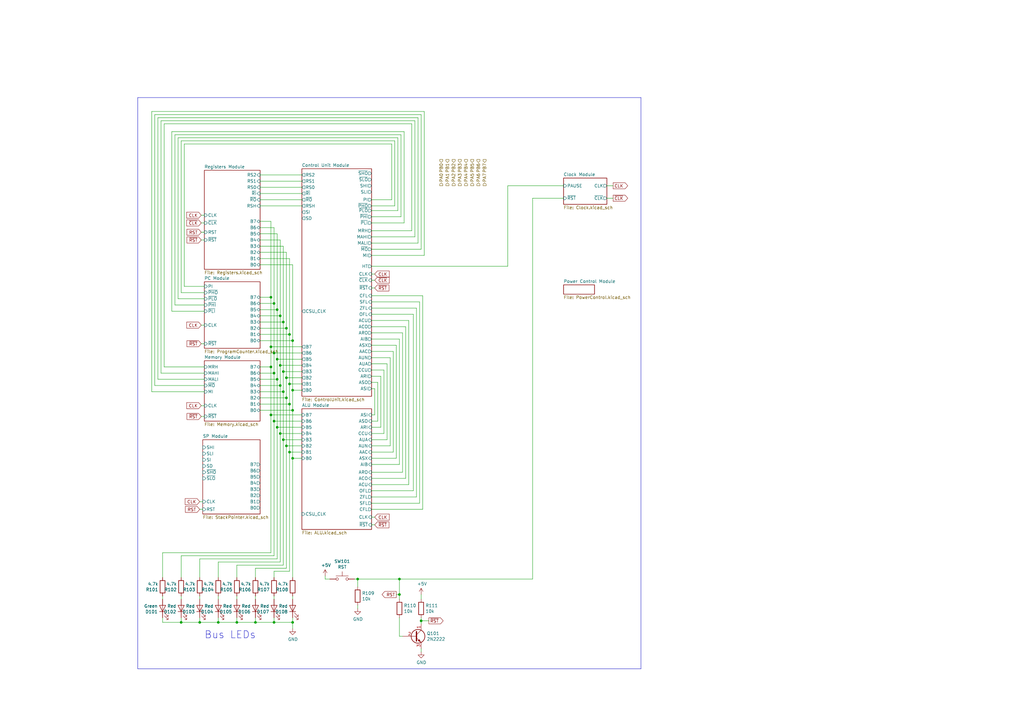
<source format=kicad_sch>
(kicad_sch (version 20211123) (generator eeschema)
  (paper "A3")
  (lib_symbols
    (symbol "Breadboard_CPU-rescue:GND-power" (power) (pin_names (offset 0))
      (property "Value" "GND-power" (at 0 -3.81 0))
      (symbol "GND-power_0_1"
        (polyline (pts (xy 0 0) (xy 0 -1.27) (xy 1.27 -1.27) (xy 0 -2.54) (xy -1.27 -1.27) (xy 0 -1.27)))
      )
      (symbol "GND-power_1_1"
        (pin power_in line (at 0 0 270) (length 0) hide (name "GND") (number "1"))
      )
    )
    (symbol "Breadboard_CPU-rescue:LED-Device" (pin_numbers hide) (pin_names (offset 1.016) hide)
      (property "Reference" "D" (at 0 2.54 0))
      (property "Value" "LED-Device" (at 0 -2.54 0))
      (symbol "LED-Device_0_1"
        (polyline (pts (xy -1.27 -1.27) (xy -1.27 1.27)) (stroke (width 0.2032)))
        (polyline (pts (xy -1.27 0) (xy 1.27 0)))
        (polyline (pts (xy 1.27 -1.27) (xy 1.27 1.27) (xy -1.27 0) (xy 1.27 -1.27)) (stroke (width 0.2032)))
        (polyline (pts (xy -3.048 -0.762) (xy -4.572 -2.286) (xy -3.81 -2.286) (xy -4.572 -2.286) (xy -4.572 -1.524)))
        (polyline (pts (xy -1.778 -0.762) (xy -3.302 -2.286) (xy -2.54 -2.286) (xy -3.302 -2.286) (xy -3.302 -1.524)))
      )
      (symbol "LED-Device_1_1"
        (pin passive line (at -3.81 0 0) (length 2.54) (name "K") (number "1"))
        (pin passive line (at 3.81 0 180) (length 2.54) (name "A") (number "2"))
      )
    )
    (symbol "Breadboard_CPU-rescue:Q_NPN_CBE-Device" (pin_names (offset 0) hide)
      (property "Reference" "Q" (at 5.08 1.27 0))
      (property "Value" "Q_NPN_CBE-Device" (at 5.08 -1.27 0))
      (symbol "Q_NPN_CBE-Device_0_1"
        (polyline (pts (xy 0.635 0.635) (xy 2.54 2.54)))
        (polyline (pts (xy 0.635 -0.635) (xy 2.54 -2.54) (xy 2.54 -2.54)))
        (polyline (pts (xy 0.635 1.905) (xy 0.635 -1.905) (xy 0.635 -1.905)) (stroke (width 0.508)))
        (polyline (pts (xy 1.27 -1.778) (xy 1.778 -1.27) (xy 2.286 -2.286) (xy 1.27 -1.778) (xy 1.27 -1.778)) (fill (type outline)))
        (circle (center 1.27 0) (radius 2.8194) (stroke (width 0.254)))
      )
      (symbol "Q_NPN_CBE-Device_1_1"
        (pin passive line (at 2.54 5.08 270) (length 2.54) (name "C") (number "1"))
        (pin input line (at -5.08 0 0) (length 5.715) (name "B") (number "2"))
        (pin passive line (at 2.54 -5.08 90) (length 2.54) (name "E") (number "3"))
      )
    )
    (symbol "Breadboard_CPU-rescue:R-Device" (pin_numbers hide) (pin_names (offset 0))
      (property "Reference" "R" (at 2.032 0 90))
      (property "Value" "R-Device" (at 0 0 90))
      (symbol "R-Device_0_1"
        (rectangle (start -1.016 -2.54) (end 1.016 2.54) (stroke (width 0.254)))
      )
      (symbol "R-Device_1_1"
        (pin passive line (at 0 3.81 270) (length 1.27) (name "~") (number "1"))
        (pin passive line (at 0 -3.81 90) (length 1.27) (name "~") (number "2"))
      )
    )
    (symbol "Breadboard_CPU-rescue:SW_Push-Switch" (pin_numbers hide) (pin_names (offset 1.016) hide)
      (property "Reference" "SW" (at 1.27 2.54 0))
      (property "Value" "SW_Push-Switch" (at 0 -1.524 0))
      (symbol "SW_Push-Switch_0_1"
        (circle (center -2.032 0) (radius 0.508))
        (polyline (pts (xy 0 1.27) (xy 0 3.048)))
        (polyline (pts (xy 2.54 1.27) (xy -2.54 1.27)))
        (circle (center 2.032 0) (radius 0.508))
        (pin passive line (at -5.08 0 0) (length 2.54) (name "1") (number "1"))
        (pin passive line (at 5.08 0 180) (length 2.54) (name "2") (number "2"))
      )
    )
    (symbol "power:+5V" (power) (pin_names (offset 0))
      (property "Value" "+5V" (at 0 3.556 0))
      (symbol "+5V_0_1"
        (polyline (pts (xy -0.762 1.27) (xy 0 2.54)))
        (polyline (pts (xy 0 0) (xy 0 2.54)))
        (polyline (pts (xy 0 2.54) (xy 0.762 1.27)))
      )
      (symbol "+5V_1_1"
        (pin power_in line (at 0 0 90) (length 0) hide (name "+5V") (number "1"))
      )
    )
  )
  (junction (at 112.395 153.035))
  (junction (at 113.665 175.26))
  (junction (at 120.015 255.27))
  (junction (at 120.015 168.275))
  (junction (at 116.205 152.4))
  (junction (at 112.395 255.27))
  (junction (at 117.475 134.62))
  (junction (at 74.295 255.27))
  (junction (at 120.015 187.96))
  (junction (at 117.475 163.195))
  (junction (at 113.665 155.575))
  (junction (at 120.015 139.7))
  (junction (at 112.395 144.78))
  (junction (at 117.475 182.88))
  (junction (at 116.205 160.655))
  (junction (at 114.935 158.115))
  (junction (at 118.745 137.16))
  (junction (at 111.125 150.495))
  (junction (at 97.155 255.27))
  (junction (at 146.685 237.49))
  (junction (at 116.205 132.08))
  (junction (at 117.475 154.94))
  (junction (at 114.935 177.8))
  (junction (at 112.395 172.72))
  (junction (at 111.125 170.18))
  (junction (at 112.395 124.46))
  (junction (at 116.205 180.34))
  (junction (at 111.125 121.92))
  (junction (at 163.83 237.49))
  (junction (at 114.935 129.54))
  (junction (at 111.125 142.24))
  (junction (at 104.775 255.27))
  (junction (at 113.665 147.32))
  (junction (at 114.935 149.86))
  (junction (at 81.915 255.27))
  (junction (at 118.745 165.735))
  (junction (at 172.72 254.635))
  (junction (at 89.535 255.27))
  (junction (at 163.83 243.84))
  (junction (at 120.015 160.02))
  (junction (at 118.745 157.48))
  (junction (at 113.665 127))
  (junction (at 118.745 185.42))
  (wire (pts (xy 171.45 48.26) (xy 64.77 48.26)))
  (wire (pts (xy 123.825 175.26) (xy 113.665 175.26)))
  (wire (pts (xy 117.475 233.045) (xy 104.775 233.045)))
  (wire (pts (xy 170.815 126.365) (xy 170.815 203.835)))
  (wire (pts (xy 162.56 187.96) (xy 162.56 141.605)))
  (wire (pts (xy 152.4 84.455) (xy 161.925 84.455)))
  (wire (pts (xy 106.68 158.115) (xy 114.935 158.115)))
  (wire (pts (xy 106.68 74.295) (xy 123.825 74.295)))
  (wire (pts (xy 163.195 86.36) (xy 152.4 86.36)))
  (polyline (pts (xy 262.89 40.005) (xy 262.89 274.32)) (stroke (width 0) (type solid)))
  (polyline (pts (xy 56.515 40.005) (xy 262.89 40.005)) (stroke (width 0) (type solid)))
  (wire (pts (xy 83.82 117.475) (xy 75.565 117.475)))
  (wire (pts (xy 152.4 187.96) (xy 162.56 187.96)))
  (wire (pts (xy 106.68 90.805) (xy 111.125 90.805)))
  (wire (pts (xy 160.655 59.055) (xy 160.655 81.915)))
  (wire (pts (xy 111.125 170.18) (xy 111.125 226.695)))
  (wire (pts (xy 133.35 237.49) (xy 135.255 237.49)))
  (wire (pts (xy 158.75 180.34) (xy 152.4 180.34)))
  (wire (pts (xy 106.68 108.585) (xy 120.015 108.585)))
  (wire (pts (xy 114.935 177.8) (xy 114.935 230.505)))
  (wire (pts (xy 123.825 142.24) (xy 111.125 142.24)))
  (wire (pts (xy 153.67 212.09) (xy 152.4 212.09)))
  (wire (pts (xy 116.205 160.655) (xy 116.205 180.34)))
  (wire (pts (xy 117.475 182.88) (xy 117.475 233.045)))
  (wire (pts (xy 163.83 237.49) (xy 218.44 237.49)))
  (wire (pts (xy 145.415 237.49) (xy 146.685 237.49)))
  (wire (pts (xy 123.825 185.42) (xy 118.745 185.42)))
  (wire (pts (xy 106.68 165.735) (xy 118.745 165.735)))
  (wire (pts (xy 106.68 100.965) (xy 116.205 100.965)))
  (wire (pts (xy 83.82 98.425) (xy 82.55 98.425)))
  (wire (pts (xy 70.485 53.975) (xy 165.735 53.975)))
  (wire (pts (xy 112.395 144.78) (xy 112.395 153.035)))
  (wire (pts (xy 120.015 257.81) (xy 120.015 255.27)))
  (polyline (pts (xy 56.515 274.32) (xy 56.515 40.005)) (stroke (width 0) (type solid)))
  (wire (pts (xy 120.015 187.96) (xy 120.015 236.855)))
  (wire (pts (xy 97.155 255.27) (xy 104.775 255.27)))
  (wire (pts (xy 66.675 226.695) (xy 111.125 226.695)))
  (wire (pts (xy 161.925 84.455) (xy 161.925 57.785)))
  (wire (pts (xy 97.155 231.775) (xy 97.155 236.855)))
  (wire (pts (xy 154.94 172.72) (xy 152.4 172.72)))
  (wire (pts (xy 248.92 81.28) (xy 251.46 81.28)))
  (wire (pts (xy 168.91 94.615) (xy 168.91 50.8)))
  (wire (pts (xy 173.99 104.775) (xy 173.99 45.72)))
  (wire (pts (xy 208.28 76.2) (xy 231.14 76.2)))
  (wire (pts (xy 152.4 104.775) (xy 173.99 104.775)))
  (wire (pts (xy 89.535 230.505) (xy 89.535 236.855)))
  (wire (pts (xy 106.68 106.045) (xy 118.745 106.045)))
  (wire (pts (xy 112.395 244.475) (xy 112.395 245.745)))
  (wire (pts (xy 75.565 59.055) (xy 160.655 59.055)))
  (wire (pts (xy 83.82 170.815) (xy 82.55 170.815)))
  (wire (pts (xy 163.83 253.365) (xy 163.83 260.985)))
  (wire (pts (xy 160.655 81.915) (xy 152.4 81.915)))
  (wire (pts (xy 81.915 255.27) (xy 81.915 253.365)))
  (wire (pts (xy 152.4 156.845) (xy 154.94 156.845)))
  (wire (pts (xy 83.82 140.97) (xy 82.55 140.97)))
  (wire (pts (xy 170.815 203.835) (xy 152.4 203.835)))
  (wire (pts (xy 170.18 49.53) (xy 170.18 97.155)))
  (wire (pts (xy 97.155 245.745) (xy 97.155 244.475)))
  (wire (pts (xy 172.72 254.635) (xy 172.72 255.905)))
  (wire (pts (xy 104.775 253.365) (xy 104.775 255.27)))
  (wire (pts (xy 83.82 133.35) (xy 82.55 133.35)))
  (wire (pts (xy 66.675 253.365) (xy 66.675 255.27)))
  (wire (pts (xy 163.83 243.84) (xy 163.83 237.49)))
  (wire (pts (xy 118.745 165.735) (xy 118.745 185.42)))
  (wire (pts (xy 112.395 124.46) (xy 112.395 144.78)))
  (wire (pts (xy 89.535 255.27) (xy 97.155 255.27)))
  (wire (pts (xy 104.775 245.745) (xy 104.775 244.475)))
  (wire (pts (xy 152.4 118.11) (xy 153.67 118.11)))
  (wire (pts (xy 114.935 149.86) (xy 114.935 158.115)))
  (wire (pts (xy 66.675 245.745) (xy 66.675 244.475)))
  (wire (pts (xy 106.68 79.375) (xy 123.825 79.375)))
  (wire (pts (xy 170.18 97.155) (xy 152.4 97.155)))
  (wire (pts (xy 117.475 154.94) (xy 123.825 154.94)))
  (wire (pts (xy 112.395 227.965) (xy 74.295 227.965)))
  (wire (pts (xy 120.015 108.585) (xy 120.015 139.7)))
  (wire (pts (xy 89.535 253.365) (xy 89.535 255.27)))
  (wire (pts (xy 173.99 45.72) (xy 62.23 45.72)))
  (wire (pts (xy 114.935 129.54) (xy 114.935 149.86)))
  (wire (pts (xy 172.72 243.84) (xy 172.72 245.745)))
  (wire (pts (xy 152.4 154.305) (xy 156.21 154.305)))
  (wire (pts (xy 173.355 208.915) (xy 173.355 121.285)))
  (wire (pts (xy 74.295 227.965) (xy 74.295 236.855)))
  (wire (pts (xy 208.28 109.22) (xy 208.28 76.2)))
  (wire (pts (xy 172.72 102.235) (xy 152.4 102.235)))
  (wire (pts (xy 172.72 254.635) (xy 175.895 254.635)))
  (wire (pts (xy 153.67 170.18) (xy 152.4 170.18)))
  (wire (pts (xy 231.14 81.28) (xy 218.44 81.28)))
  (wire (pts (xy 172.085 206.375) (xy 172.085 123.825)))
  (wire (pts (xy 165.735 53.975) (xy 165.735 91.44)))
  (wire (pts (xy 120.015 245.745) (xy 120.015 244.475)))
  (wire (pts (xy 123.825 157.48) (xy 118.745 157.48)))
  (wire (pts (xy 146.685 249.555) (xy 146.685 248.285)))
  (wire (pts (xy 157.48 177.8) (xy 152.4 177.8)))
  (wire (pts (xy 152.4 144.145) (xy 161.29 144.145)))
  (wire (pts (xy 163.195 56.515) (xy 163.195 86.36)))
  (wire (pts (xy 75.565 117.475) (xy 75.565 59.055)))
  (wire (pts (xy 106.68 93.345) (xy 112.395 93.345)))
  (wire (pts (xy 73.025 56.515) (xy 163.195 56.515)))
  (wire (pts (xy 83.82 166.37) (xy 82.55 166.37)))
  (wire (pts (xy 106.68 160.655) (xy 116.205 160.655)))
  (wire (pts (xy 172.72 46.99) (xy 172.72 102.235)))
  (wire (pts (xy 152.4 201.295) (xy 169.545 201.295)))
  (wire (pts (xy 152.4 159.385) (xy 153.67 159.385)))
  (wire (pts (xy 163.83 139.065) (xy 152.4 139.065)))
  (wire (pts (xy 83.82 122.555) (xy 73.025 122.555)))
  (wire (pts (xy 120.015 160.02) (xy 120.015 168.275)))
  (wire (pts (xy 117.475 163.195) (xy 117.475 182.88)))
  (wire (pts (xy 66.04 153.035) (xy 66.04 49.53)))
  (wire (pts (xy 66.675 255.27) (xy 74.295 255.27)))
  (wire (pts (xy 156.21 175.26) (xy 152.4 175.26)))
  (wire (pts (xy 163.83 243.84) (xy 162.56 243.84)))
  (wire (pts (xy 62.23 160.655) (xy 83.82 160.655)))
  (wire (pts (xy 113.665 147.32) (xy 113.665 155.575)))
  (wire (pts (xy 83.82 158.115) (xy 63.5 158.115)))
  (wire (pts (xy 116.205 100.965) (xy 116.205 132.08)))
  (wire (pts (xy 106.68 98.425) (xy 114.935 98.425)))
  (wire (pts (xy 168.91 50.8) (xy 67.31 50.8)))
  (wire (pts (xy 74.295 120.015) (xy 83.82 120.015)))
  (wire (pts (xy 106.68 139.7) (xy 120.015 139.7)))
  (wire (pts (xy 113.665 155.575) (xy 113.665 175.26)))
  (wire (pts (xy 114.935 98.425) (xy 114.935 129.54)))
  (wire (pts (xy 154.94 156.845) (xy 154.94 172.72)))
  (wire (pts (xy 152.4 215.265) (xy 153.67 215.265)))
  (wire (pts (xy 160.02 182.88) (xy 160.02 146.685)))
  (wire (pts (xy 120.015 255.27) (xy 120.015 253.365)))
  (wire (pts (xy 120.015 168.275) (xy 120.015 187.96)))
  (wire (pts (xy 82.55 91.44) (xy 83.82 91.44)))
  (wire (pts (xy 106.68 95.885) (xy 113.665 95.885)))
  (wire (pts (xy 163.83 245.745) (xy 163.83 243.84)))
  (wire (pts (xy 152.4 109.22) (xy 208.28 109.22)))
  (wire (pts (xy 67.31 50.8) (xy 67.31 150.495)))
  (wire (pts (xy 133.35 236.22) (xy 133.35 237.49)))
  (wire (pts (xy 112.395 93.345) (xy 112.395 124.46)))
  (wire (pts (xy 166.37 133.985) (xy 152.4 133.985)))
  (wire (pts (xy 64.77 155.575) (xy 83.82 155.575)))
  (wire (pts (xy 83.82 127.635) (xy 70.485 127.635)))
  (wire (pts (xy 123.825 180.34) (xy 116.205 180.34)))
  (wire (pts (xy 156.21 154.305) (xy 156.21 175.26)))
  (wire (pts (xy 152.4 121.285) (xy 173.355 121.285)))
  (wire (pts (xy 112.395 234.315) (xy 112.395 236.855)))
  (wire (pts (xy 163.83 260.985) (xy 165.1 260.985)))
  (wire (pts (xy 172.085 123.825) (xy 152.4 123.825)))
  (wire (pts (xy 165.1 136.525) (xy 165.1 193.675)))
  (wire (pts (xy 123.825 172.72) (xy 112.395 172.72)))
  (wire (pts (xy 104.775 233.045) (xy 104.775 236.855)))
  (wire (pts (xy 152.4 182.88) (xy 160.02 182.88)))
  (wire (pts (xy 112.395 253.365) (xy 112.395 255.27)))
  (wire (pts (xy 71.755 125.095) (xy 83.82 125.095)))
  (wire (pts (xy 158.75 149.225) (xy 158.75 180.34)))
  (wire (pts (xy 62.23 45.72) (xy 62.23 160.655)))
  (wire (pts (xy 117.475 154.94) (xy 117.475 163.195)))
  (wire (pts (xy 83.82 95.25) (xy 82.55 95.25)))
  (wire (pts (xy 146.685 237.49) (xy 146.685 240.665)))
  (wire (pts (xy 118.745 157.48) (xy 118.745 165.735)))
  (wire (pts (xy 71.755 55.245) (xy 71.755 125.095)))
  (wire (pts (xy 66.675 236.855) (xy 66.675 226.695)))
  (wire (pts (xy 123.825 170.18) (xy 111.125 170.18)))
  (wire (pts (xy 113.665 127) (xy 113.665 147.32)))
  (wire (pts (xy 114.935 230.505) (xy 89.535 230.505)))
  (wire (pts (xy 117.475 182.88) (xy 123.825 182.88)))
  (wire (pts (xy 152.4 149.225) (xy 158.75 149.225)))
  (wire (pts (xy 123.825 160.02) (xy 120.015 160.02)))
  (wire (pts (xy 172.72 267.335) (xy 172.72 266.065)))
  (wire (pts (xy 106.68 168.275) (xy 120.015 168.275)))
  (wire (pts (xy 113.665 175.26) (xy 113.665 229.235)))
  (wire (pts (xy 83.82 88.265) (xy 82.55 88.265)))
  (wire (pts (xy 106.68 81.915) (xy 123.825 81.915)))
  (wire (pts (xy 74.295 57.785) (xy 74.295 120.015)))
  (wire (pts (xy 117.475 134.62) (xy 117.475 154.94)))
  (wire (pts (xy 161.925 57.785) (xy 74.295 57.785)))
  (wire (pts (xy 117.475 103.505) (xy 117.475 134.62)))
  (wire (pts (xy 152.4 112.395) (xy 153.67 112.395)))
  (wire (pts (xy 152.4 208.915) (xy 173.355 208.915)))
  (wire (pts (xy 106.68 163.195) (xy 117.475 163.195)))
  (wire (pts (xy 152.4 126.365) (xy 170.815 126.365)))
  (wire (pts (xy 116.205 231.775) (xy 97.155 231.775)))
  (wire (pts (xy 66.04 49.53) (xy 170.18 49.53)))
  (wire (pts (xy 106.68 129.54) (xy 114.935 129.54)))
  (wire (pts (xy 152.4 136.525) (xy 165.1 136.525)))
  (wire (pts (xy 83.185 208.915) (xy 81.915 208.915)))
  (wire (pts (xy 153.67 159.385) (xy 153.67 170.18)))
  (wire (pts (xy 70.485 127.635) (xy 70.485 53.975)))
  (wire (pts (xy 171.45 99.695) (xy 171.45 48.26)))
  (wire (pts (xy 63.5 158.115) (xy 63.5 46.99)))
  (wire (pts (xy 81.915 245.745) (xy 81.915 244.475)))
  (wire (pts (xy 106.68 121.92) (xy 111.125 121.92)))
  (wire (pts (xy 64.77 48.26) (xy 64.77 155.575)))
  (wire (pts (xy 166.37 196.215) (xy 166.37 133.985)))
  (wire (pts (xy 169.545 201.295) (xy 169.545 128.905)))
  (wire (pts (xy 97.155 253.365) (xy 97.155 255.27)))
  (wire (pts (xy 113.665 95.885) (xy 113.665 127)))
  (wire (pts (xy 89.535 245.745) (xy 89.535 244.475)))
  (wire (pts (xy 123.825 187.96) (xy 120.015 187.96)))
  (wire (pts (xy 73.025 122.555) (xy 73.025 56.515)))
  (wire (pts (xy 165.1 193.675) (xy 152.4 193.675)))
  (wire (pts (xy 111.125 142.24) (xy 111.125 150.495)))
  (wire (pts (xy 218.44 81.28) (xy 218.44 237.49)))
  (wire (pts (xy 248.92 76.2) (xy 251.46 76.2)))
  (wire (pts (xy 164.465 55.245) (xy 71.755 55.245)))
  (wire (pts (xy 106.68 153.035) (xy 112.395 153.035)))
  (wire (pts (xy 111.125 121.92) (xy 111.125 142.24)))
  (wire (pts (xy 74.295 255.27) (xy 81.915 255.27)))
  (wire (pts (xy 165.735 91.44) (xy 152.4 91.44)))
  (wire (pts (xy 63.5 46.99) (xy 172.72 46.99)))
  (wire (pts (xy 104.775 255.27) (xy 112.395 255.27)))
  (wire (pts (xy 167.64 198.755) (xy 152.4 198.755)))
  (wire (pts (xy 164.465 88.9) (xy 164.465 55.245)))
  (polyline (pts (xy 262.89 274.32) (xy 56.515 274.32)) (stroke (width 0) (type solid)))
  (wire (pts (xy 118.745 234.315) (xy 112.395 234.315)))
  (wire (pts (xy 118.745 106.045) (xy 118.745 137.16)))
  (wire (pts (xy 112.395 153.035) (xy 112.395 172.72)))
  (wire (pts (xy 74.295 253.365) (xy 74.295 255.27)))
  (wire (pts (xy 112.395 172.72) (xy 112.395 227.965)))
  (wire (pts (xy 152.4 151.765) (xy 157.48 151.765)))
  (wire (pts (xy 111.125 150.495) (xy 111.125 170.18)))
  (wire (pts (xy 106.68 71.755) (xy 123.825 71.755)))
  (wire (pts (xy 146.685 237.49) (xy 163.83 237.49)))
  (wire (pts (xy 160.02 146.685) (xy 152.4 146.685)))
  (wire (pts (xy 118.745 185.42) (xy 118.745 234.315)))
  (wire (pts (xy 81.915 255.27) (xy 89.535 255.27)))
  (wire (pts (xy 81.915 229.235) (xy 81.915 236.855)))
  (wire (pts (xy 152.4 196.215) (xy 166.37 196.215)))
  (wire (pts (xy 172.72 253.365) (xy 172.72 254.635)))
  (wire (pts (xy 106.68 134.62) (xy 117.475 134.62)))
  (wire (pts (xy 74.295 245.745) (xy 74.295 244.475)))
  (wire (pts (xy 152.4 206.375) (xy 172.085 206.375)))
  (wire (pts (xy 106.68 132.08) (xy 116.205 132.08)))
  (wire (pts (xy 169.545 128.905) (xy 152.4 128.905)))
  (wire (pts (xy 106.68 127) (xy 113.665 127)))
  (wire (pts (xy 120.015 139.7) (xy 120.015 160.02)))
  (wire (pts (xy 116.205 180.34) (xy 116.205 231.775)))
  (wire (pts (xy 67.31 150.495) (xy 83.82 150.495)))
  (wire (pts (xy 114.935 158.115) (xy 114.935 177.8)))
  (wire (pts (xy 116.205 132.08) (xy 116.205 152.4)))
  (wire (pts (xy 113.665 229.235) (xy 81.915 229.235)))
  (wire (pts (xy 152.4 131.445) (xy 167.64 131.445)))
  (wire (pts (xy 106.68 76.835) (xy 123.825 76.835)))
  (wire (pts (xy 106.68 137.16) (xy 118.745 137.16)))
  (wire (pts (xy 123.825 177.8) (xy 114.935 177.8)))
  (wire (pts (xy 106.68 124.46) (xy 112.395 124.46)))
  (wire (pts (xy 106.68 84.455) (xy 123.825 84.455)))
  (wire (pts (xy 123.825 152.4) (xy 116.205 152.4)))
  (wire (pts (xy 167.64 131.445) (xy 167.64 198.755)))
  (wire (pts (xy 106.68 155.575) (xy 113.665 155.575)))
  (wire (pts (xy 152.4 99.695) (xy 171.45 99.695)))
  (wire (pts (xy 161.29 185.42) (xy 152.4 185.42)))
  (wire (pts (xy 123.825 147.32) (xy 113.665 147.32)))
  (wire (pts (xy 157.48 151.765) (xy 157.48 177.8)))
  (wire (pts (xy 116.205 152.4) (xy 116.205 160.655)))
  (wire (pts (xy 106.68 103.505) (xy 117.475 103.505)))
  (wire (pts (xy 118.745 137.16) (xy 118.745 157.48)))
  (wire (pts (xy 163.83 190.5) (xy 163.83 139.065)))
  (wire (pts (xy 123.825 144.78) (xy 112.395 144.78)))
  (wire (pts (xy 152.4 190.5) (xy 163.83 190.5)))
  (wire (pts (xy 161.29 144.145) (xy 161.29 185.42)))
  (wire (pts (xy 83.82 153.035) (xy 66.04 153.035)))
  (wire (pts (xy 123.825 149.86) (xy 114.935 149.86)))
  (wire (pts (xy 81.915 205.74) (xy 83.185 205.74)))
  (wire (pts (xy 111.125 90.805) (xy 111.125 121.92)))
  (wire (pts (xy 106.68 150.495) (xy 111.125 150.495)))
  (wire (pts (xy 152.4 88.9) (xy 164.465 88.9)))
  (wire (pts (xy 153.67 114.935) (xy 152.4 114.935)))
  (wire (pts (xy 112.395 255.27) (xy 120.015 255.27)))
  (wire (pts (xy 152.4 94.615) (xy 168.91 94.615)))
  (wire (pts (xy 162.56 141.605) (xy 152.4 141.605)))
  (text "Bus LEDs" (at 83.82 262.255 0) (effects (font (size 2.9972 2.9972)) (justify left bottom)))
  (global_label "~{RST}" (shape input) (at 153.67 215.265 0) (property "Intersheet References" "${INTERSHEET_REFS}" (effects hide)))
  (global_label "CLK" (shape input) (at 82.55 88.265 180) (property "Intersheet References" "${INTERSHEET_REFS}" (effects hide)))
  (global_label "CLK" (shape input) (at 82.55 166.37 180) (property "Intersheet References" "${INTERSHEET_REFS}" (effects hide)))
  (global_label "~{CLK}" (shape input) (at 153.67 114.935 0) (property "Intersheet References" "${INTERSHEET_REFS}" (effects hide)))
  (global_label "~{RST}" (shape input) (at 153.67 118.11 0) (property "Intersheet References" "${INTERSHEET_REFS}" (effects hide)))
  (global_label "~{RST}" (shape input) (at 82.55 140.97 180) (property "Intersheet References" "${INTERSHEET_REFS}" (effects hide)))
  (global_label "CLK" (shape input) (at 153.67 112.395 0) (property "Intersheet References" "${INTERSHEET_REFS}" (effects hide)))
  (global_label "RST" (shape input) (at 82.55 95.25 180) (property "Intersheet References" "${INTERSHEET_REFS}" (effects hide)))
  (global_label "CLK" (shape input) (at 81.915 205.74 180) (property "Intersheet References" "${INTERSHEET_REFS}" (effects hide)))
  (global_label "RST" (shape input) (at 81.915 208.915 180) (property "Intersheet References" "${INTERSHEET_REFS}" (effects hide)))
  (global_label "RST" (shape output) (at 162.56 243.84 180) (property "Intersheet References" "${INTERSHEET_REFS}" (effects hide)))
  (global_label "~{RST}" (shape input) (at 82.55 98.425 180) (property "Intersheet References" "${INTERSHEET_REFS}" (effects hide)))
  (global_label "~{RST}" (shape input) (at 82.55 170.815 180) (property "Intersheet References" "${INTERSHEET_REFS}" (effects hide)))
  (global_label "~{CLK}" (shape input) (at 82.55 91.44 180) (property "Intersheet References" "${INTERSHEET_REFS}" (effects hide)))
  (global_label "CLK" (shape input) (at 153.67 212.09 0) (property "Intersheet References" "${INTERSHEET_REFS}" (effects hide)))
  (global_label "CLK" (shape input) (at 82.55 133.35 180) (property "Intersheet References" "${INTERSHEET_REFS}" (effects hide)))
  (global_label "~{CLK}" (shape output) (at 251.46 81.28 0) (property "Intersheet References" "${INTERSHEET_REFS}" (effects hide)))
  (global_label "~{RST}" (shape output) (at 175.895 254.635 0) (property "Intersheet References" "${INTERSHEET_REFS}" (effects hide)))
  (global_label "CLK" (shape output) (at 251.46 76.2 0) (property "Intersheet References" "${INTERSHEET_REFS}" (effects hide)))
  (hierarchical_label "PB1" (shape output) (at 183.515 65.405 270))
  (hierarchical_label "PA6" (shape output) (at 196.215 76.2 90))
  (hierarchical_label "PA7" (shape output) (at 198.755 76.2 90))
  (hierarchical_label "PA4" (shape output) (at 191.135 76.2 90))
  (hierarchical_label "PB3" (shape output) (at 188.595 65.405 270))
  (hierarchical_label "PA2" (shape output) (at 186.055 76.2 90))
  (hierarchical_label "PA1" (shape output) (at 183.515 76.2 90))
  (hierarchical_label "PB0" (shape output) (at 180.975 65.405 270))
  (hierarchical_label "PB4" (shape output) (at 191.135 65.405 270))
  (hierarchical_label "PB5" (shape output) (at 193.675 65.405 270))
  (hierarchical_label "PA0" (shape output) (at 180.975 76.2 90))
  (hierarchical_label "PB6" (shape output) (at 196.215 65.405 270))
  (hierarchical_label "PB2" (shape output) (at 186.055 65.405 270))
  (hierarchical_label "PA3" (shape output) (at 188.595 76.2 90))
  (hierarchical_label "PA5" (shape output) (at 193.675 76.2 90))
  (hierarchical_label "PB7" (shape output) (at 198.755 65.405 270))
  (symbol (lib_id "Breadboard_CPU-rescue:R-Device") (at 163.83 249.555 0) (unit 1)
    (property "Reference" "R110" (at 165.608 248.3866 0) (effects (justify left)))
    (property "Value" "10k" (at 165.608 250.698 0) (effects (justify left)))
  )
  (symbol (lib_id "Breadboard_CPU-rescue:LED-Device") (at 74.295 249.555 90) (unit 1)
    (property "Reference" "D102" (at 72.3138 250.9012 90) (effects (justify left)))
    (property "Value" "Red" (at 72.3138 248.5898 90) (effects (justify left)))
  )
  (symbol (lib_id "Breadboard_CPU-rescue:LED-Device") (at 66.675 249.555 90) (unit 1)
    (property "Reference" "D101" (at 64.6938 250.9012 90) (effects (justify left)))
    (property "Value" "Green" (at 64.6938 248.5898 90) (effects (justify left)))
  )
  (symbol (lib_id "Breadboard_CPU-rescue:R-Device") (at 120.015 240.665 180) (unit 1)
    (property "Reference" "R108" (at 118.237 241.8334 0) (effects (justify left)))
    (property "Value" "4.7k" (at 118.237 239.522 0) (effects (justify left)))
  )
  (symbol (lib_id "Breadboard_CPU-rescue:R-Device") (at 112.395 240.665 180) (unit 1)
    (property "Reference" "R107" (at 110.617 241.8334 0) (effects (justify left)))
    (property "Value" "4.7k" (at 110.617 239.522 0) (effects (justify left)))
  )
  (symbol (lib_id "Breadboard_CPU-rescue:R-Device") (at 104.775 240.665 180) (unit 1)
    (property "Reference" "R106" (at 102.997 241.8334 0) (effects (justify left)))
    (property "Value" "4.7k" (at 102.997 239.522 0) (effects (justify left)))
  )
  (symbol (lib_id "Breadboard_CPU-rescue:R-Device") (at 97.155 240.665 180) (unit 1)
    (property "Reference" "R105" (at 95.377 241.8334 0) (effects (justify left)))
    (property "Value" "4.7k" (at 95.377 239.522 0) (effects (justify left)))
  )
  (symbol (lib_id "Breadboard_CPU-rescue:R-Device") (at 89.535 240.665 180) (unit 1)
    (property "Reference" "R104" (at 87.757 241.8334 0) (effects (justify left)))
    (property "Value" "4.7k" (at 87.757 239.522 0) (effects (justify left)))
  )
  (symbol (lib_id "Breadboard_CPU-rescue:R-Device") (at 81.915 240.665 180) (unit 1)
    (property "Reference" "R103" (at 80.137 241.8334 0) (effects (justify left)))
    (property "Value" "4.7k" (at 80.137 239.522 0) (effects (justify left)))
  )
  (symbol (lib_id "Breadboard_CPU-rescue:R-Device") (at 74.295 240.665 180) (unit 1)
    (property "Reference" "R102" (at 72.517 241.8334 0) (effects (justify left)))
    (property "Value" "4.7k" (at 72.517 239.522 0) (effects (justify left)))
  )
  (symbol (lib_id "Breadboard_CPU-rescue:R-Device") (at 66.675 240.665 180) (unit 1)
    (property "Reference" "R101" (at 64.897 241.8334 0) (effects (justify left)))
    (property "Value" "4.7k" (at 64.897 239.522 0) (effects (justify left)))
  )
  (symbol (lib_id "Breadboard_CPU-rescue:GND-power") (at 120.015 257.81 0) (unit 1)
    (property "Reference" "#PWR0101" (effects hide))
    (property "Value" "GND" (at 120.142 262.2042 0))
  )
  (symbol (lib_id "Breadboard_CPU-rescue:SW_Push-Switch") (at 140.335 237.49 0) (unit 1)
    (property "Reference" "SW101" (at 140.335 230.251 0))
    (property "Value" "RST" (at 140.335 232.5624 0))
  )
  (symbol (lib_id "Breadboard_CPU-rescue:R-Device") (at 146.685 244.475 0) (unit 1)
    (property "Reference" "R109" (at 148.463 243.3066 0) (effects (justify left)))
    (property "Value" "10k" (at 148.463 245.618 0) (effects (justify left)))
  )
  (symbol (lib_id "Breadboard_CPU-rescue:GND-power") (at 146.685 249.555 0) (unit 1)
    (property "Reference" "#PWR0103" (effects hide))
    (property "Value" "GND" (at 146.812 253.9492 0))
  )
  (symbol (lib_id "power:+5V") (at 133.35 236.22 0) (unit 1)
    (property "Reference" "#PWR0102" (effects hide))
    (property "Value" "+5V" (at 133.731 231.8258 0))
  )
  (symbol (lib_id "power:+5V") (at 172.72 243.84 0) (unit 1)
    (property "Reference" "#PWR0104" (effects hide))
    (property "Value" "+5V" (at 173.101 239.4458 0))
  )
  (symbol (lib_id "Breadboard_CPU-rescue:LED-Device") (at 81.915 249.555 90) (unit 1)
    (property "Reference" "D103" (at 79.9338 250.9012 90) (effects (justify left)))
    (property "Value" "Red" (at 79.9338 248.5898 90) (effects (justify left)))
  )
  (symbol (lib_id "Breadboard_CPU-rescue:LED-Device") (at 120.015 249.555 90) (unit 1)
    (property "Reference" "D108" (at 118.0338 250.9012 90) (effects (justify left)))
    (property "Value" "Red" (at 118.0338 248.5898 90) (effects (justify left)))
  )
  (symbol (lib_id "Breadboard_CPU-rescue:LED-Device") (at 89.535 249.555 90) (unit 1)
    (property "Reference" "D104" (at 87.5538 250.9012 90) (effects (justify left)))
    (property "Value" "Red" (at 87.5538 248.5898 90) (effects (justify left)))
  )
  (symbol (lib_id "Breadboard_CPU-rescue:LED-Device") (at 97.155 249.555 90) (unit 1)
    (property "Reference" "D105" (at 95.1738 250.9012 90) (effects (justify left)))
    (property "Value" "Red" (at 95.1738 248.5898 90) (effects (justify left)))
  )
  (symbol (lib_id "Breadboard_CPU-rescue:LED-Device") (at 104.775 249.555 90) (unit 1)
    (property "Reference" "D106" (at 102.7938 250.9012 90) (effects (justify left)))
    (property "Value" "Red" (at 102.7938 248.5898 90) (effects (justify left)))
  )
  (symbol (lib_id "Breadboard_CPU-rescue:LED-Device") (at 112.395 249.555 90) (unit 1)
    (property "Reference" "D107" (at 110.4138 250.9012 90) (effects (justify left)))
    (property "Value" "Red" (at 110.4138 248.5898 90) (effects (justify left)))
  )
  (symbol (lib_id "Breadboard_CPU-rescue:Q_NPN_CBE-Device") (at 170.18 260.985 0) (unit 1)
    (property "Reference" "Q101" (at 175.0314 259.8166 0) (effects (justify left)))
    (property "Value" "2N2222" (at 175.0314 262.128 0) (effects (justify left)))
  )
  (symbol (lib_id "Breadboard_CPU-rescue:GND-power") (at 172.72 267.335 0) (unit 1)
    (property "Reference" "#PWR0105" (effects hide))
    (property "Value" "GND" (at 172.847 271.7292 0))
  )
  (symbol (lib_id "Breadboard_CPU-rescue:R-Device") (at 172.72 249.555 0) (unit 1)
    (property "Reference" "R111" (at 174.498 248.3866 0) (effects (justify left)))
    (property "Value" "10k" (at 174.498 250.698 0) (effects (justify left)))
  )
  (sheet (at 83.82 69.85) (size 22.86 40.64)
    (property "Sheet name" "Registers Module" (at 83.82 69.1384 0) (effects (justify left bottom)))
    (property "Sheet file" "Registers.kicad_sch" (at 83.82 111.0746 0) (effects (justify left top)))
    (pin "B0" bidirectional (at 106.68 108.585 0))
    (pin "B1" bidirectional (at 106.68 106.045 0))
    (pin "B2" bidirectional (at 106.68 103.505 0))
    (pin "B3" bidirectional (at 106.68 100.965 0))
    (pin "B4" bidirectional (at 106.68 98.425 0))
    (pin "B5" bidirectional (at 106.68 95.885 0))
    (pin "B6" bidirectional (at 106.68 93.345 0))
    (pin "B7" bidirectional (at 106.68 90.805 0))
    (pin "~{RI}" input (at 106.68 79.375 0))
    (pin "~{RO}" input (at 106.68 81.915 0))
    (pin "RS0" input (at 106.68 76.835 0))
    (pin "RS1" input (at 106.68 74.295 0))
    (pin "RS2" input (at 106.68 71.755 0))
    (pin "~{RST}" input (at 83.82 98.425 180))
    (pin "RST" input (at 83.82 95.25 180))
    (pin "CLK" input (at 83.82 88.265 180))
    (pin "~{CLK}" input (at 83.82 91.44 180))
    (pin "RSH" input (at 106.68 84.455 0))
  )
  (sheet (at 83.82 147.955) (size 22.86 24.765)
    (property "Sheet name" "Memory Module" (at 83.82 147.2434 0) (effects (justify left bottom)))
    (property "Sheet file" "Memory.kicad_sch" (at 83.82 173.3046 0) (effects (justify left top)))
    (pin "B0" bidirectional (at 106.68 168.275 0))
    (pin "B1" bidirectional (at 106.68 165.735 0))
    (pin "B2" bidirectional (at 106.68 163.195 0))
    (pin "B3" bidirectional (at 106.68 160.655 0))
    (pin "B4" bidirectional (at 106.68 158.115 0))
    (pin "B5" bidirectional (at 106.68 155.575 0))
    (pin "B6" bidirectional (at 106.68 153.035 0))
    (pin "B7" bidirectional (at 106.68 150.495 0))
    (pin "CLK" input (at 83.82 166.37 180))
    (pin "~{MO}" input (at 83.82 158.115 180))
    (pin "MI" input (at 83.82 160.655 180))
    (pin "~{RST}" input (at 83.82 170.815 180))
    (pin "MAHI" input (at 83.82 153.035 180))
    (pin "MALI" input (at 83.82 155.575 180))
    (pin "MRH" input (at 83.82 150.495 180))
  )
  (sheet (at 123.825 167.64) (size 28.575 49.53)
    (property "Sheet name" "ALU Module" (at 123.825 166.9284 0) (effects (justify left bottom)))
    (property "Sheet file" "ALU.kicad_sch" (at 123.825 217.7546 0) (effects (justify left top)))
    (pin "B0" input (at 123.825 187.96 180))
    (pin "B1" input (at 123.825 185.42 180))
    (pin "B2" input (at 123.825 182.88 180))
    (pin "B3" input (at 123.825 180.34 180))
    (pin "B4" input (at 123.825 177.8 180))
    (pin "B5" input (at 123.825 175.26 180))
    (pin "B6" input (at 123.825 172.72 180))
    (pin "B7" input (at 123.825 170.18 180))
    (pin "CLK" input (at 152.4 212.09 0))
    (pin "~{RST}" input (at 152.4 215.265 0))
    (pin "ASI" input (at 152.4 170.18 0))
    (pin "ARI" input (at 152.4 175.26 0))
    (pin "CCU" input (at 152.4 177.8 0))
    (pin "AUA" input (at 152.4 180.34 0))
    (pin "AUN" input (at 152.4 182.88 0))
    (pin "AAC" input (at 152.4 185.42 0))
    (pin "ASX" input (at 152.4 187.96 0))
    (pin "AIB" input (at 152.4 190.5 0))
    (pin "ACO" input (at 152.4 196.215 0))
    (pin "OFL" output (at 152.4 201.295 0))
    (pin "ZFL" output (at 152.4 203.835 0))
    (pin "SFL" output (at 152.4 206.375 0))
    (pin "ASO" input (at 152.4 172.72 0))
    (pin "ARO" input (at 152.4 193.675 0))
    (pin "ACU" input (at 152.4 198.755 0))
    (pin "CFL" output (at 152.4 208.915 0))
    (pin "CSU_CLK" input (at 123.825 210.82 180))
  )
  (sheet (at 83.82 115.57) (size 22.86 27.305)
    (property "Sheet name" "PC Module" (at 83.82 114.8584 0) (effects (justify left bottom)))
    (property "Sheet file" "ProgramCounter.kicad_sch" (at 83.82 143.4596 0) (effects (justify left top)))
    (pin "B0" bidirectional (at 106.68 139.7 0))
    (pin "B1" bidirectional (at 106.68 137.16 0))
    (pin "B2" bidirectional (at 106.68 134.62 0))
    (pin "B3" bidirectional (at 106.68 132.08 0))
    (pin "B4" bidirectional (at 106.68 129.54 0))
    (pin "B5" bidirectional (at 106.68 127 0))
    (pin "B6" bidirectional (at 106.68 124.46 0))
    (pin "B7" bidirectional (at 106.68 121.92 0))
    (pin "PI" input (at 83.82 117.475 180))
    (pin "~{RST}" input (at 83.82 140.97 180))
    (pin "CLK" input (at 83.82 133.35 180))
    (pin "~{PLO}" input (at 83.82 122.555 180))
    (pin "~{PLI}" input (at 83.82 127.635 180))
    (pin "~{PHI}" input (at 83.82 125.095 180))
    (pin "~{PHO}" input (at 83.82 120.015 180))
  )
  (sheet (at 231.14 73.025) (size 17.78 10.795)
    (property "Sheet name" "Clock Module" (at 231.14 72.3134 0) (effects (justify left bottom)))
    (property "Sheet file" "Clock.kicad_sch" (at 231.14 84.4046 0) (effects (justify left top)))
    (pin "~{RST}" input (at 231.14 81.28 180))
    (pin "CLK" output (at 248.92 76.2 0))
    (pin "~{CLK}" output (at 248.92 81.28 0))
    (pin "PAUSE" input (at 231.14 76.2 180))
  )
  (sheet (at 231.14 116.84) (size 12.7 3.81)
    (property "Sheet name" "Power Control Module" (at 231.14 116.1284 0) (effects (justify left bottom)))
    (property "Sheet file" "PowerControl.kicad_sch" (at 231.14 121.2346 0) (effects (justify left top)))
  )
  (sheet (at 123.825 69.215) (size 28.575 93.345)
    (property "Sheet name" "Control Unit Module" (at 123.825 68.5034 0) (effects (justify left bottom)))
    (property "Sheet file" "ControlUnit.kicad_sch" (at 123.825 163.1446 0) (effects (justify left top)))
    (pin "~{CLK}" input (at 152.4 114.935 0))
    (pin "CLK" input (at 152.4 112.395 0))
    (pin "RS0" output (at 123.825 76.835 180))
    (pin "RS1" output (at 123.825 74.295 180))
    (pin "RS2" output (at 123.825 71.755 180))
    (pin "~{RO}" output (at 123.825 81.915 180))
    (pin "~{RI}" output (at 123.825 79.375 180))
    (pin "~{RST}" input (at 152.4 118.11 0))
    (pin "ASI" output (at 152.4 159.385 0))
    (pin "MI" output (at 152.4 104.775 0))
    (pin "B7" output (at 123.825 142.24 180))
    (pin "B5" output (at 123.825 147.32 180))
    (pin "B6" output (at 123.825 144.78 180))
    (pin "B4" output (at 123.825 149.86 180))
    (pin "B3" output (at 123.825 152.4 180))
    (pin "B2" output (at 123.825 154.94 180))
    (pin "B1" output (at 123.825 157.48 180))
    (pin "B0" output (at 123.825 160.02 180))
    (pin "CCU" output (at 152.4 151.765 0))
    (pin "OFL" input (at 152.4 128.905 0))
    (pin "ZFL" input (at 152.4 126.365 0))
    (pin "SFL" input (at 152.4 123.825 0))
    (pin "~{MO}" output (at 152.4 102.235 0))
    (pin "AUA" output (at 152.4 149.225 0))
    (pin "AUN" output (at 152.4 146.685 0))
    (pin "AAC" output (at 152.4 144.145 0))
    (pin "ASX" output (at 152.4 141.605 0))
    (pin "AIB" output (at 152.4 139.065 0))
    (pin "ACO" output (at 152.4 133.985 0))
    (pin "ASO" output (at 152.4 156.845 0))
    (pin "ARO" output (at 152.4 136.525 0))
    (pin "ACU" output (at 152.4 131.445 0))
    (pin "ARI" output (at 152.4 154.305 0))
    (pin "CFL" input (at 152.4 121.285 0))
    (pin "PI" output (at 152.4 81.915 0))
    (pin "MALI" output (at 152.4 99.695 0))
    (pin "MAHI" output (at 152.4 97.155 0))
    (pin "~{PHO}" output (at 152.4 84.455 0))
    (pin "~{PLO}" output (at 152.4 86.36 0))
    (pin "SLI" output (at 152.4 78.74 0))
    (pin "SHI" output (at 152.4 76.2 0))
    (pin "~{SLO}" output (at 152.4 73.66 0))
    (pin "~{SHO}" output (at 152.4 71.12 0))
    (pin "~{PHI}" output (at 152.4 88.9 0))
    (pin "~{PLI}" output (at 152.4 91.44 0))
    (pin "MRH" output (at 152.4 94.615 0))
    (pin "SI" output (at 123.825 86.995 180))
    (pin "SD" output (at 123.825 89.535 180))
    (pin "RSH" output (at 123.825 84.455 180))
    (pin "CSU_CLK" output (at 123.825 127.635 180))
    (pin "HT" output (at 152.4 109.22 0))
  )
  (sheet (at 83.185 180.34) (size 23.495 30.48)
    (property "Sheet name" "SP Module" (at 83.185 179.6284 0) (effects (justify left bottom)))
    (property "Sheet file" "StackPointer.kicad_sch" (at 83.185 211.4046 0) (effects (justify left top)))
    (pin "RST" input (at 83.185 208.915 180))
    (pin "~{SLO}" input (at 83.185 196.215 180))
    (pin "B0" output (at 106.68 208.28 0))
    (pin "B1" output (at 106.68 205.74 0))
    (pin "B2" output (at 106.68 203.2 0))
    (pin "B3" output (at 106.68 200.66 0))
    (pin "B4" output (at 106.68 198.12 0))
    (pin "B5" output (at 106.68 195.58 0))
    (pin "B6" output (at 106.68 193.04 0))
    (pin "B7" output (at 106.68 190.5 0))
    (pin "~{SHO}" input (at 83.185 193.675 180))
    (pin "SD" input (at 83.185 191.135 180))
    (pin "SI" input (at 83.185 188.595 180))
    (pin "CLK" input (at 83.185 205.74 180))
    (pin "SHI" input (at 83.185 183.515 180))
    (pin "SLI" input (at 83.185 186.055 180))
  )
)
</source>
